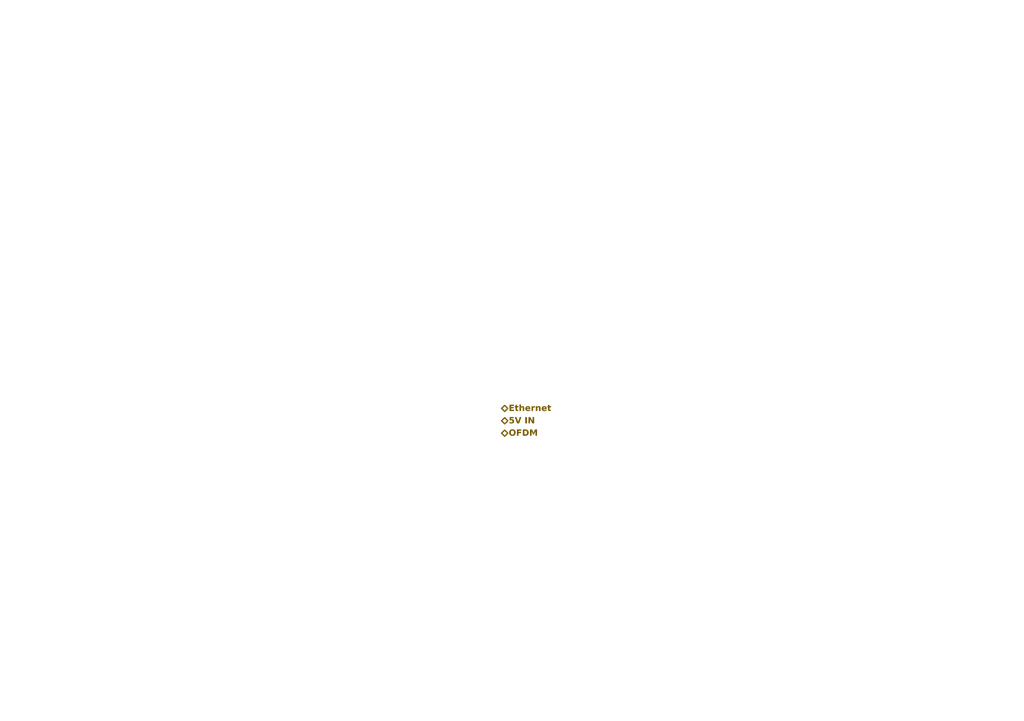
<source format=kicad_sch>
(kicad_sch
	(version 20240101)
	(generator "eeschema")
	(generator_version "8.99")
	(uuid "09e6183f-aea5-4d2a-b11c-82d64c0df918")
	(paper "A5")
	(lib_symbols)
	(hierarchical_label "5V IN"
		(shape bidirectional)
		(at 102.87 86.36 0)
		(fields_autoplaced yes)
		(effects
			(font
				(face "JetBrains Mono")
				(size 1.27 1.27)
				(thickness 0.254)
				(bold yes)
			)
			(justify left)
		)
		(uuid "5a3172d5-3e49-4e76-9984-e493571b77bd")
	)
	(hierarchical_label "Ethernet"
		(shape bidirectional)
		(at 102.87 83.82 0)
		(fields_autoplaced yes)
		(effects
			(font
				(face "JetBrains Mono")
				(size 1.27 1.27)
				(thickness 0.254)
				(bold yes)
			)
			(justify left)
		)
		(uuid "6b0e83c6-9b25-45ed-9c82-39571aad7e54")
	)
	(hierarchical_label "OFDM"
		(shape bidirectional)
		(at 102.87 88.9 0)
		(fields_autoplaced yes)
		(effects
			(font
				(face "JetBrains Mono")
				(size 1.27 1.27)
				(thickness 0.254)
				(bold yes)
			)
			(justify left)
		)
		(uuid "9a5d8e94-dbce-4129-a5ef-870407c94e1e")
	)
)
</source>
